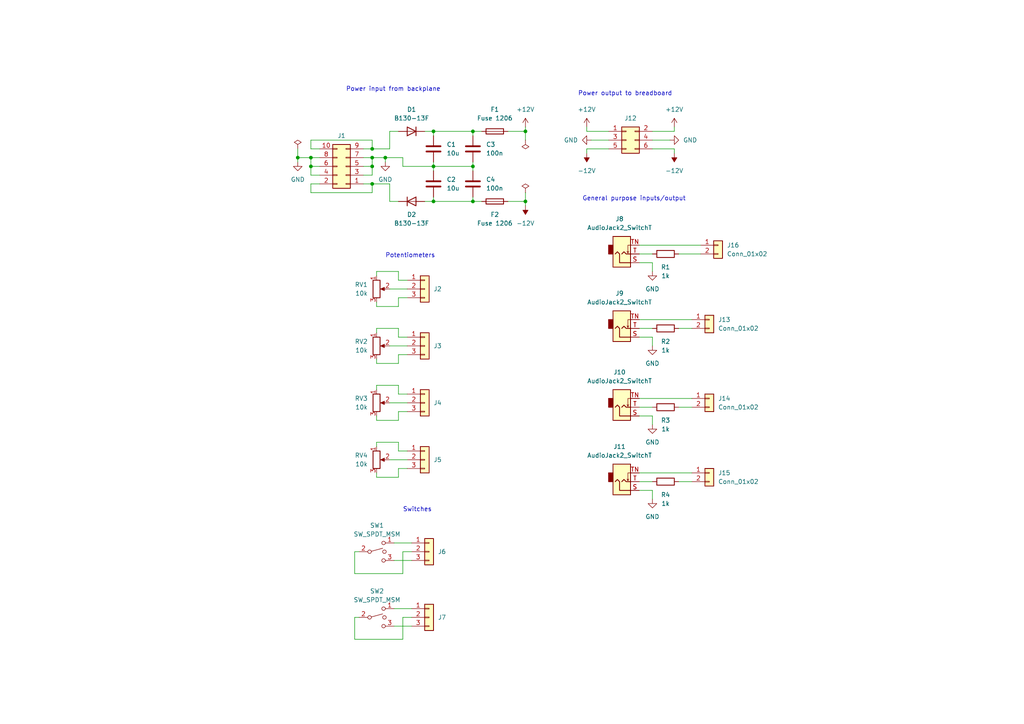
<source format=kicad_sch>
(kicad_sch (version 20211123) (generator eeschema)
  (paper "A4")
  (title_block (title "Eurorack Breadboard Breakout") (date "2023-01-01") (rev "Rev. 1 2023") (company "L. Rittel"))
  (lib_symbols
    (symbol "Connector:AudioJack2_SwitchT"
      (property "Reference" "J" (at 0 8.89 0))
      (property "Value" "AudioJack2_SwitchT" (at 0 6.35 0))
      (symbol "AudioJack2_SwitchT_0_1"
        (rectangle (start -2.54 0) (end -3.81 -2.54) (stroke (width 0.254)) (fill (type outline)))
        (polyline (pts (xy 1.778 -0.254) (xy 2.032 -0.762)))
        (polyline (pts (xy 0 0) (xy 0.635 -0.635) (xy 1.27 0) (xy 2.54 0)) (stroke (width 0.254)))
        (polyline (pts (xy 2.54 -2.54) (xy 1.778 -2.54) (xy 1.778 -0.254) (xy 1.524 -0.762)))
        (polyline (pts (xy 2.54 2.54) (xy -0.635 2.54) (xy -0.635 0) (xy -1.27 -0.635) (xy -1.905 0)) (stroke (width 0.254)))
        (rectangle (start 2.54 3.81) (end -2.54 -5.08) (stroke (width 0.254)) (fill (type background)))
      )
      (symbol "AudioJack2_SwitchT_1_1"
        (pin passive line (at 5.08 2.54 180) (length 2.54) (name "~") (number "S"))
        (pin passive line (at 5.08 0 180) (length 2.54) (name "~") (number "T"))
        (pin passive line (at 5.08 -2.54 180) (length 2.54) (name "~") (number "TN"))
      )
    )
    (symbol "Connector_Generic:Conn_01x02" (pin_names (offset 1.016) hide)
      (property "Reference" "J" (at 0 2.54 0))
      (property "Value" "Conn_01x02" (at 0 -5.08 0))
      (symbol "Conn_01x02_1_1"
        (rectangle (start -1.27 -2.413) (end 0 -2.667) (stroke (width 0.1524)))
        (rectangle (start -1.27 0.127) (end 0 -0.127) (stroke (width 0.1524)))
        (rectangle (start -1.27 1.27) (end 1.27 -3.81) (stroke (width 0.254)) (fill (type background)))
        (pin passive line (at -5.08 0 0) (length 3.81) (name "Pin_1") (number "1"))
        (pin passive line (at -5.08 -2.54 0) (length 3.81) (name "Pin_2") (number "2"))
      )
    )
    (symbol "Connector_Generic:Conn_01x03" (pin_names (offset 1.016) hide)
      (property "Reference" "J" (at 0 5.08 0))
      (property "Value" "Conn_01x03" (at 0 -5.08 0))
      (symbol "Conn_01x03_1_1"
        (rectangle (start -1.27 -2.413) (end 0 -2.667) (stroke (width 0.1524)))
        (rectangle (start -1.27 0.127) (end 0 -0.127) (stroke (width 0.1524)))
        (rectangle (start -1.27 2.667) (end 0 2.413) (stroke (width 0.1524)))
        (rectangle (start -1.27 3.81) (end 1.27 -3.81) (stroke (width 0.254)) (fill (type background)))
        (pin passive line (at -5.08 2.54 0) (length 3.81) (name "Pin_1") (number "1"))
        (pin passive line (at -5.08 0 0) (length 3.81) (name "Pin_2") (number "2"))
        (pin passive line (at -5.08 -2.54 0) (length 3.81) (name "Pin_3") (number "3"))
      )
    )
    (symbol "Connector_Generic:Conn_02x03_Odd_Even" (pin_names (offset 1.016) hide)
      (property "Reference" "J" (at 1.27 5.08 0))
      (property "Value" "Conn_02x03_Odd_Even" (at 1.27 -5.08 0))
      (symbol "Conn_02x03_Odd_Even_1_1"
        (rectangle (start -1.27 -2.413) (end 0 -2.667) (stroke (width 0.1524)))
        (rectangle (start -1.27 0.127) (end 0 -0.127) (stroke (width 0.1524)))
        (rectangle (start -1.27 2.667) (end 0 2.413) (stroke (width 0.1524)))
        (rectangle (start -1.27 3.81) (end 3.81 -3.81) (stroke (width 0.254)) (fill (type background)))
        (rectangle (start 3.81 -2.413) (end 2.54 -2.667) (stroke (width 0.1524)))
        (rectangle (start 3.81 0.127) (end 2.54 -0.127) (stroke (width 0.1524)))
        (rectangle (start 3.81 2.667) (end 2.54 2.413) (stroke (width 0.1524)))
        (pin passive line (at -5.08 2.54 0) (length 3.81) (name "Pin_1") (number "1"))
        (pin passive line (at 7.62 2.54 180) (length 3.81) (name "Pin_2") (number "2"))
        (pin passive line (at -5.08 0 0) (length 3.81) (name "Pin_3") (number "3"))
        (pin passive line (at 7.62 0 180) (length 3.81) (name "Pin_4") (number "4"))
        (pin passive line (at -5.08 -2.54 0) (length 3.81) (name "Pin_5") (number "5"))
        (pin passive line (at 7.62 -2.54 180) (length 3.81) (name "Pin_6") (number "6"))
      )
    )
    (symbol "Connector_Generic:Conn_02x05_Odd_Even" (pin_names (offset 1.016) hide)
      (property "Reference" "J" (at 1.27 7.62 0))
      (property "Value" "Conn_02x05_Odd_Even" (at 1.27 -7.62 0))
      (symbol "Conn_02x05_Odd_Even_1_1"
        (rectangle (start -1.27 -4.953) (end 0 -5.207) (stroke (width 0.1524)))
        (rectangle (start -1.27 -2.413) (end 0 -2.667) (stroke (width 0.1524)))
        (rectangle (start -1.27 0.127) (end 0 -0.127) (stroke (width 0.1524)))
        (rectangle (start -1.27 2.667) (end 0 2.413) (stroke (width 0.1524)))
        (rectangle (start -1.27 5.207) (end 0 4.953) (stroke (width 0.1524)))
        (rectangle (start -1.27 6.35) (end 3.81 -6.35) (stroke (width 0.254)) (fill (type background)))
        (rectangle (start 3.81 -4.953) (end 2.54 -5.207) (stroke (width 0.1524)))
        (rectangle (start 3.81 -2.413) (end 2.54 -2.667) (stroke (width 0.1524)))
        (rectangle (start 3.81 0.127) (end 2.54 -0.127) (stroke (width 0.1524)))
        (rectangle (start 3.81 2.667) (end 2.54 2.413) (stroke (width 0.1524)))
        (rectangle (start 3.81 5.207) (end 2.54 4.953) (stroke (width 0.1524)))
        (pin passive line (at -5.08 5.08 0) (length 3.81) (name "Pin_1") (number "1"))
        (pin passive line (at 7.62 -5.08 180) (length 3.81) (name "Pin_10") (number "10"))
        (pin passive line (at 7.62 5.08 180) (length 3.81) (name "Pin_2") (number "2"))
        (pin passive line (at -5.08 2.54 0) (length 3.81) (name "Pin_3") (number "3"))
        (pin passive line (at 7.62 2.54 180) (length 3.81) (name "Pin_4") (number "4"))
        (pin passive line (at -5.08 0 0) (length 3.81) (name "Pin_5") (number "5"))
        (pin passive line (at 7.62 0 180) (length 3.81) (name "Pin_6") (number "6"))
        (pin passive line (at -5.08 -2.54 0) (length 3.81) (name "Pin_7") (number "7"))
        (pin passive line (at 7.62 -2.54 180) (length 3.81) (name "Pin_8") (number "8"))
        (pin passive line (at -5.08 -5.08 0) (length 3.81) (name "Pin_9") (number "9"))
      )
    )
    (symbol "Device:C" (pin_numbers hide) (pin_names (offset 0.254))
      (property "Reference" "C" (at 0.635 2.54 0))
      (property "Value" "C" (at 0.635 -2.54 0))
      (symbol "C_0_1"
        (polyline (pts (xy -2.032 -0.762) (xy 2.032 -0.762)) (stroke (width 0.508)))
        (polyline (pts (xy -2.032 0.762) (xy 2.032 0.762)) (stroke (width 0.508)))
      )
      (symbol "C_1_1"
        (pin passive line (at 0 3.81 270) (length 2.794) (name "~") (number "1"))
        (pin passive line (at 0 -3.81 90) (length 2.794) (name "~") (number "2"))
      )
    )
    (symbol "Device:D" (pin_numbers hide) (pin_names (offset 1.016) hide)
      (property "Reference" "D" (at 0 2.54 0))
      (property "Value" "D" (at 0 -2.54 0))
      (symbol "D_0_1"
        (polyline (pts (xy -1.27 1.27) (xy -1.27 -1.27)) (stroke (width 0.254)))
        (polyline (pts (xy 1.27 0) (xy -1.27 0)))
        (polyline (pts (xy 1.27 1.27) (xy 1.27 -1.27) (xy -1.27 0) (xy 1.27 1.27)) (stroke (width 0.254)))
      )
      (symbol "D_1_1"
        (pin passive line (at -3.81 0 0) (length 2.54) (name "K") (number "1"))
        (pin passive line (at 3.81 0 180) (length 2.54) (name "A") (number "2"))
      )
    )
    (symbol "Device:Fuse" (pin_numbers hide) (pin_names (offset 0))
      (property "Reference" "F" (at 2.032 0 90))
      (property "Value" "Fuse" (at -1.905 0 90))
      (symbol "Fuse_0_1"
        (rectangle (start -0.762 -2.54) (end 0.762 2.54) (stroke (width 0.254)))
        (polyline (pts (xy 0 2.54) (xy 0 -2.54)))
      )
      (symbol "Fuse_1_1"
        (pin passive line (at 0 3.81 270) (length 1.27) (name "~") (number "1"))
        (pin passive line (at 0 -3.81 90) (length 1.27) (name "~") (number "2"))
      )
    )
    (symbol "Device:R" (pin_numbers hide) (pin_names (offset 0))
      (property "Reference" "R" (at 2.032 0 90))
      (property "Value" "R" (at 0 0 90))
      (symbol "R_0_1"
        (rectangle (start -1.016 -2.54) (end 1.016 2.54) (stroke (width 0.254)))
      )
      (symbol "R_1_1"
        (pin passive line (at 0 3.81 270) (length 1.27) (name "~") (number "1"))
        (pin passive line (at 0 -3.81 90) (length 1.27) (name "~") (number "2"))
      )
    )
    (symbol "Device:R_Potentiometer" (pin_names (offset 1.016) hide)
      (property "Reference" "RV" (at -4.445 0 90))
      (property "Value" "R_Potentiometer" (at -2.54 0 90))
      (symbol "R_Potentiometer_0_1"
        (polyline (pts (xy 2.54 0) (xy 1.524 0)))
        (polyline (pts (xy 1.143 0) (xy 2.286 0.508) (xy 2.286 -0.508) (xy 1.143 0)) (fill (type outline)))
        (rectangle (start 1.016 2.54) (end -1.016 -2.54) (stroke (width 0.254)))
      )
      (symbol "R_Potentiometer_1_1"
        (pin passive line (at 0 3.81 270) (length 1.27) (name "1") (number "1"))
        (pin passive line (at 3.81 0 180) (length 1.27) (name "2") (number "2"))
        (pin passive line (at 0 -3.81 90) (length 1.27) (name "3") (number "3"))
      )
    )
    (symbol "Switch:SW_SPDT_MSM" (pin_names (offset 0) hide)
      (property "Reference" "SW" (at 0 5.08 0))
      (property "Value" "SW_SPDT_MSM" (at 0 -5.08 0))
      (symbol "SW_SPDT_MSM_0_0"
        (circle (center -2.032 0) (radius 0.508))
        (polyline (pts (xy -1.524 0.127) (xy 1.778 1.016)))
        (circle (center 2.032 -2.54) (radius 0.508))
      )
      (symbol "SW_SPDT_MSM_0_1"
        (circle (center 2.032 2.54) (radius 0.508))
        (circle (center 2.286 0) (radius 0.508))
      )
      (symbol "SW_SPDT_MSM_1_1"
        (pin passive line (at 5.08 2.54 180) (length 2.54) (name "1") (number "1"))
        (pin passive line (at -5.08 0 0) (length 2.54) (name "2") (number "2"))
        (pin passive line (at 5.08 -2.54 180) (length 2.54) (name "3") (number "3"))
      )
    )
    (symbol "power:+12V" (power) (pin_names (offset 0))
      (property "Value" "+12V" (at 0 3.556 0))
      (symbol "+12V_0_1"
        (polyline (pts (xy -0.762 1.27) (xy 0 2.54)))
        (polyline (pts (xy 0 0) (xy 0 2.54)))
        (polyline (pts (xy 0 2.54) (xy 0.762 1.27)))
      )
      (symbol "+12V_1_1"
        (pin power_in line (at 0 0 90) (length 0) hide (name "+12V") (number "1"))
      )
    )
    (symbol "power:-12V" (power) (pin_names (offset 0))
      (property "Value" "-12V" (at 0 3.81 0))
      (symbol "-12V_0_0"
        (pin power_in line (at 0 0 90) (length 0) hide (name "-12V") (number "1"))
      )
      (symbol "-12V_0_1"
        (polyline (pts (xy 0 0) (xy 0 1.27) (xy 0.762 1.27) (xy 0 2.54) (xy -0.762 1.27) (xy 0 1.27)) (fill (type outline)))
      )
    )
    (symbol "power:GND" (power) (pin_names (offset 0))
      (property "Value" "GND" (at 0 -3.81 0))
      (symbol "GND_0_1"
        (polyline (pts (xy 0 0) (xy 0 -1.27) (xy 1.27 -1.27) (xy 0 -2.54) (xy -1.27 -1.27) (xy 0 -1.27)))
      )
      (symbol "GND_1_1"
        (pin power_in line (at 0 0 270) (length 0) hide (name "GND") (number "1"))
      )
    )
    (symbol "power:PWR_FLAG" (power) (pin_numbers hide) (pin_names (offset 0) hide)
      (property "Value" "PWR_FLAG" (at 0 3.81 0))
      (symbol "PWR_FLAG_0_0"
        (pin power_out line (at 0 0 90) (length 0) (name "pwr") (number "1"))
      )
      (symbol "PWR_FLAG_0_1"
        (polyline (pts (xy 0 0) (xy 0 1.27) (xy -1.016 1.905) (xy 0 2.54) (xy 1.016 1.905) (xy 0 1.27)))
      )
    )
  )
  (junction (at 125.73 58.42))
  (junction (at 107.95 43.18))
  (junction (at 137.16 38.1))
  (junction (at 107.95 48.26))
  (junction (at 107.95 45.72))
  (junction (at 86.36 45.72))
  (junction (at 125.73 38.1))
  (junction (at 137.16 58.42))
  (junction (at 90.17 45.72))
  (junction (at 111.76 45.72))
  (junction (at 152.4 38.1))
  (junction (at 107.95 53.34))
  (junction (at 90.17 48.26))
  (junction (at 152.4 58.42))
  (junction (at 125.73 48.26))
  (junction (at 137.16 48.26))
  (wire (pts (xy 104.14 160.02) (xy 102.87 160.02)))
  (wire (pts (xy 189.23 120.65) (xy 189.23 123.19)))
  (wire (pts (xy 92.71 53.34) (xy 90.17 53.34)))
  (wire (pts (xy 189.23 76.2) (xy 189.23 78.74)))
  (wire (pts (xy 90.17 45.72) (xy 92.71 45.72)))
  (wire (pts (xy 109.22 95.25) (xy 115.57 95.25)))
  (wire (pts (xy 116.84 179.07) (xy 119.38 179.07)))
  (wire (pts (xy 109.22 120.65) (xy 109.22 121.92)))
  (wire (pts (xy 116.84 185.42) (xy 116.84 179.07)))
  (wire (pts (xy 115.57 119.38) (xy 118.11 119.38)))
  (wire (pts (xy 107.95 45.72) (xy 111.76 45.72)))
  (wire (pts (xy 109.22 78.74) (xy 115.57 78.74)))
  (wire (pts (xy 86.36 43.18) (xy 86.36 45.72)))
  (wire (pts (xy 170.18 44.45) (xy 170.18 43.18)))
  (wire (pts (xy 185.42 92.71) (xy 200.66 92.71)))
  (wire (pts (xy 125.73 58.42) (xy 137.16 58.42)))
  (wire (pts (xy 115.57 121.92) (xy 115.57 119.38)))
  (wire (pts (xy 137.16 48.26) (xy 137.16 49.53)))
  (wire (pts (xy 107.95 45.72) (xy 107.95 48.26)))
  (wire (pts (xy 152.4 58.42) (xy 152.4 59.69)))
  (wire (pts (xy 90.17 48.26) (xy 92.71 48.26)))
  (wire (pts (xy 185.42 139.7) (xy 189.23 139.7)))
  (wire (pts (xy 90.17 43.18) (xy 90.17 40.64)))
  (wire (pts (xy 152.4 55.88) (xy 152.4 58.42)))
  (wire (pts (xy 114.3 176.53) (xy 119.38 176.53)))
  (wire (pts (xy 102.87 166.37) (xy 116.84 166.37)))
  (wire (pts (xy 109.22 129.54) (xy 109.22 128.27)))
  (wire (pts (xy 113.03 83.82) (xy 118.11 83.82)))
  (wire (pts (xy 170.18 38.1) (xy 176.53 38.1)))
  (wire (pts (xy 114.3 162.56) (xy 119.38 162.56)))
  (wire (pts (xy 109.22 96.52) (xy 109.22 95.25)))
  (wire (pts (xy 107.95 48.26) (xy 107.95 50.8)))
  (wire (pts (xy 137.16 58.42) (xy 139.7 58.42)))
  (wire (pts (xy 114.3 157.48) (xy 119.38 157.48)))
  (wire (pts (xy 90.17 48.26) (xy 90.17 50.8)))
  (wire (pts (xy 125.73 38.1) (xy 125.73 39.37)))
  (wire (pts (xy 115.57 128.27) (xy 115.57 130.81)))
  (wire (pts (xy 125.73 46.99) (xy 125.73 48.26)))
  (wire (pts (xy 105.41 50.8) (xy 107.95 50.8)))
  (wire (pts (xy 185.42 76.2) (xy 189.23 76.2)))
  (wire (pts (xy 105.41 45.72) (xy 107.95 45.72)))
  (wire (pts (xy 109.22 80.01) (xy 109.22 78.74)))
  (wire (pts (xy 107.95 55.88) (xy 107.95 53.34)))
  (wire (pts (xy 196.85 95.25) (xy 200.66 95.25)))
  (wire (pts (xy 185.42 73.66) (xy 189.23 73.66)))
  (wire (pts (xy 123.19 38.1) (xy 125.73 38.1)))
  (wire (pts (xy 195.58 36.83) (xy 195.58 38.1)))
  (wire (pts (xy 137.16 38.1) (xy 137.16 39.37)))
  (wire (pts (xy 115.57 81.28) (xy 118.11 81.28)))
  (wire (pts (xy 104.14 179.07) (xy 102.87 179.07)))
  (wire (pts (xy 107.95 43.18) (xy 105.41 43.18)))
  (wire (pts (xy 189.23 38.1) (xy 195.58 38.1)))
  (wire (pts (xy 109.22 121.92) (xy 115.57 121.92)))
  (wire (pts (xy 113.03 53.34) (xy 113.03 58.42)))
  (wire (pts (xy 109.22 105.41) (xy 115.57 105.41)))
  (wire (pts (xy 147.32 58.42) (xy 152.4 58.42)))
  (wire (pts (xy 189.23 43.18) (xy 195.58 43.18)))
  (wire (pts (xy 116.84 48.26) (xy 125.73 48.26)))
  (wire (pts (xy 116.84 166.37) (xy 116.84 160.02)))
  (wire (pts (xy 107.95 53.34) (xy 113.03 53.34)))
  (wire (pts (xy 125.73 48.26) (xy 137.16 48.26)))
  (wire (pts (xy 170.18 43.18) (xy 176.53 43.18)))
  (wire (pts (xy 147.32 38.1) (xy 152.4 38.1)))
  (wire (pts (xy 107.95 43.18) (xy 113.03 43.18)))
  (wire (pts (xy 185.42 142.24) (xy 189.23 142.24)))
  (wire (pts (xy 185.42 115.57) (xy 200.66 115.57)))
  (wire (pts (xy 92.71 43.18) (xy 90.17 43.18)))
  (wire (pts (xy 102.87 179.07) (xy 102.87 185.42)))
  (wire (pts (xy 123.19 58.42) (xy 125.73 58.42)))
  (wire (pts (xy 189.23 142.24) (xy 189.23 144.78)))
  (wire (pts (xy 113.03 58.42) (xy 115.57 58.42)))
  (wire (pts (xy 170.18 36.83) (xy 170.18 38.1)))
  (wire (pts (xy 109.22 128.27) (xy 115.57 128.27)))
  (wire (pts (xy 86.36 45.72) (xy 86.36 46.99)))
  (wire (pts (xy 115.57 88.9) (xy 115.57 86.36)))
  (wire (pts (xy 137.16 57.15) (xy 137.16 58.42)))
  (wire (pts (xy 113.03 116.84) (xy 118.11 116.84)))
  (wire (pts (xy 109.22 88.9) (xy 115.57 88.9)))
  (wire (pts (xy 185.42 137.16) (xy 200.66 137.16)))
  (wire (pts (xy 115.57 102.87) (xy 118.11 102.87)))
  (wire (pts (xy 115.57 114.3) (xy 118.11 114.3)))
  (wire (pts (xy 115.57 78.74) (xy 115.57 81.28)))
  (wire (pts (xy 195.58 44.45) (xy 195.58 43.18)))
  (wire (pts (xy 109.22 137.16) (xy 109.22 138.43)))
  (wire (pts (xy 116.84 160.02) (xy 119.38 160.02)))
  (wire (pts (xy 200.66 139.7) (xy 196.85 139.7)))
  (wire (pts (xy 109.22 87.63) (xy 109.22 88.9)))
  (wire (pts (xy 109.22 113.03) (xy 109.22 111.76)))
  (wire (pts (xy 107.95 53.34) (xy 105.41 53.34)))
  (wire (pts (xy 115.57 95.25) (xy 115.57 97.79)))
  (wire (pts (xy 185.42 118.11) (xy 189.23 118.11)))
  (wire (pts (xy 185.42 120.65) (xy 189.23 120.65)))
  (wire (pts (xy 115.57 130.81) (xy 118.11 130.81)))
  (wire (pts (xy 185.42 95.25) (xy 189.23 95.25)))
  (wire (pts (xy 90.17 53.34) (xy 90.17 55.88)))
  (wire (pts (xy 116.84 45.72) (xy 111.76 45.72)))
  (wire (pts (xy 185.42 71.12) (xy 203.2 71.12)))
  (wire (pts (xy 115.57 111.76) (xy 115.57 114.3)))
  (wire (pts (xy 152.4 36.83) (xy 152.4 38.1)))
  (wire (pts (xy 86.36 45.72) (xy 90.17 45.72)))
  (wire (pts (xy 109.22 138.43) (xy 115.57 138.43)))
  (wire (pts (xy 102.87 160.02) (xy 102.87 166.37)))
  (wire (pts (xy 102.87 185.42) (xy 116.84 185.42)))
  (wire (pts (xy 115.57 138.43) (xy 115.57 135.89)))
  (wire (pts (xy 105.41 48.26) (xy 107.95 48.26)))
  (wire (pts (xy 152.4 38.1) (xy 152.4 40.64)))
  (wire (pts (xy 125.73 48.26) (xy 125.73 49.53)))
  (wire (pts (xy 189.23 40.64) (xy 194.31 40.64)))
  (wire (pts (xy 196.85 118.11) (xy 200.66 118.11)))
  (wire (pts (xy 196.85 73.66) (xy 203.2 73.66)))
  (wire (pts (xy 115.57 86.36) (xy 118.11 86.36)))
  (wire (pts (xy 137.16 38.1) (xy 139.7 38.1)))
  (wire (pts (xy 111.76 46.99) (xy 111.76 45.72)))
  (wire (pts (xy 185.42 97.79) (xy 189.23 97.79)))
  (wire (pts (xy 107.95 40.64) (xy 107.95 43.18)))
  (wire (pts (xy 109.22 111.76) (xy 115.57 111.76)))
  (wire (pts (xy 137.16 46.99) (xy 137.16 48.26)))
  (wire (pts (xy 90.17 50.8) (xy 92.71 50.8)))
  (wire (pts (xy 113.03 100.33) (xy 118.11 100.33)))
  (wire (pts (xy 171.45 40.64) (xy 176.53 40.64)))
  (wire (pts (xy 116.84 48.26) (xy 116.84 45.72)))
  (wire (pts (xy 109.22 104.14) (xy 109.22 105.41)))
  (wire (pts (xy 115.57 135.89) (xy 118.11 135.89)))
  (wire (pts (xy 115.57 97.79) (xy 118.11 97.79)))
  (wire (pts (xy 125.73 57.15) (xy 125.73 58.42)))
  (wire (pts (xy 90.17 45.72) (xy 90.17 48.26)))
  (wire (pts (xy 113.03 43.18) (xy 113.03 38.1)))
  (wire (pts (xy 189.23 97.79) (xy 189.23 100.33)))
  (wire (pts (xy 113.03 133.35) (xy 118.11 133.35)))
  (wire (pts (xy 90.17 55.88) (xy 107.95 55.88)))
  (wire (pts (xy 90.17 40.64) (xy 107.95 40.64)))
  (wire (pts (xy 115.57 105.41) (xy 115.57 102.87)))
  (wire (pts (xy 113.03 38.1) (xy 115.57 38.1)))
  (wire (pts (xy 125.73 38.1) (xy 137.16 38.1)))
  (wire (pts (xy 114.3 181.61) (xy 119.38 181.61)))
  (text "General purpose inputs/output" (at 168.91 58.42 0) (effects (font (size 1.27 1.27)) (justify left bottom)))
  (text "Power input from backplane" (at 100.33 26.67 0) (effects (font (size 1.27 1.27)) (justify left bottom)))
  (text "Power output to breadboard" (at 167.64 27.94 0) (effects (font (size 1.27 1.27)) (justify left bottom)))
  (text "Switches" (at 116.84 148.59 0) (effects (font (size 1.27 1.27)) (justify left bottom)))
  (text "Potentiometers" (at 111.76 74.93 0) (effects (font (size 1.27 1.27)) (justify left bottom)))
  (symbol (lib_id "Device:C") (at 137.16 43.18 0) (unit 1)
    (property "Reference" "C3" (at 140.97 41.9099 0) (effects (justify left)))
    (property "Value" "100n" (at 140.97 44.4499 0) (effects (justify left)))
    (property "Footprint" "Capacitor_SMD:C_0603_1608Metric_Pad1.08x0.95mm_HandSolder" (effects hide))
  )
  (symbol (lib_id "Device:R") (at 193.04 73.66 90) (unit 1)
    (property "Reference" "R1" (at 193.04 77.47 90))
    (property "Value" "1k" (at 193.04 80.01 90))
    (property "Footprint" "Resistor_SMD:R_0603_1608Metric_Pad0.98x0.95mm_HandSolder" (effects hide))
  )
  (symbol (lib_id "Device:R") (at 193.04 95.25 90) (unit 1)
    (property "Reference" "R2" (at 193.04 99.06 90))
    (property "Value" "1k" (at 193.04 101.6 90))
    (property "Footprint" "Resistor_SMD:R_0603_1608Metric_Pad0.98x0.95mm_HandSolder" (effects hide))
  )
  (symbol (lib_id "power:-12V") (at 195.58 44.45 0) (mirror x) (unit 1)
    (property "Reference" "#PWR014" (effects hide))
    (property "Value" "-12V" (at 195.58 49.53 0))
  )
  (symbol (lib_id "power:GND") (at 189.23 123.19 0) (unit 1)
    (property "Reference" "#PWR010" (effects hide))
    (property "Value" "GND" (at 189.23 128.27 0))
  )
  (symbol (lib_id "Device:C") (at 125.73 53.34 0) (unit 1)
    (property "Reference" "C2" (at 129.54 52.0699 0) (effects (justify left)))
    (property "Value" "10u" (at 129.54 54.6099 0) (effects (justify left)))
    (property "Footprint" "Capacitor_SMD:C_0603_1608Metric_Pad1.08x0.95mm_HandSolder" (effects hide))
  )
  (symbol (lib_id "Device:R") (at 193.04 118.11 90) (unit 1)
    (property "Reference" "R3" (at 193.04 121.92 90))
    (property "Value" "1k" (at 193.04 124.46 90))
    (property "Footprint" "Resistor_SMD:R_0603_1608Metric_Pad0.98x0.95mm_HandSolder" (effects hide))
  )
  (symbol (lib_id "power:GND") (at 86.36 46.99 0) (unit 1)
    (property "Reference" "#PWR01" (effects hide))
    (property "Value" "GND" (at 86.36 52.07 0))
  )
  (symbol (lib_id "power:GND") (at 189.23 78.74 0) (unit 1)
    (property "Reference" "#PWR08" (effects hide))
    (property "Value" "GND" (at 189.23 83.82 0))
  )
  (symbol (lib_id "power:-12V") (at 170.18 44.45 180) (unit 1)
    (property "Reference" "#PWR06" (effects hide))
    (property "Value" "-12V" (at 170.18 49.53 0))
  )
  (symbol (lib_id "Connector_Generic:Conn_01x02") (at 205.74 92.71 0) (unit 1)
    (property "Reference" "J13" (at 208.28 92.7099 0) (effects (justify left)))
    (property "Value" "Conn_01x02" (at 208.28 95.2499 0) (effects (justify left)))
    (property "Footprint" "Connector_PinSocket_2.54mm:PinSocket_1x02_P2.54mm_Vertical" (effects hide))
  )
  (symbol (lib_id "Switch:SW_SPDT_MSM") (at 109.22 179.07 0) (unit 1)
    (property "Reference" "SW2" (at 109.347 171.45 0))
    (property "Value" "SW_SPDT_MSM" (at 109.347 173.99 0))
    (property "Footprint" "Thonkiconn:Switch_Sub-Minitiature_Vertical" (effects hide))
  )
  (symbol (lib_id "power:PWR_FLAG") (at 152.4 55.88 0) (unit 1)
    (property "Reference" "#FLG03" (effects hide))
    (property "Value" "PWR_FLAG" (effects hide))
  )
  (symbol (lib_id "Switch:SW_SPDT_MSM") (at 109.22 160.02 0) (unit 1)
    (property "Reference" "SW1" (at 109.347 152.4 0))
    (property "Value" "SW_SPDT_MSM" (at 109.347 154.94 0))
    (property "Footprint" "Thonkiconn:Switch_Sub-Minitiature_Vertical" (effects hide))
  )
  (symbol (lib_id "Connector_Generic:Conn_01x03") (at 124.46 179.07 0) (unit 1)
    (property "Reference" "J7" (at 127 179.0699 0) (effects (justify left)))
    (property "Value" "Conn_01x03" (effects hide))
    (property "Footprint" "Connector_PinSocket_2.54mm:PinSocket_1x03_P2.54mm_Vertical" (effects hide))
  )
  (symbol (lib_id "Device:R") (at 193.04 139.7 90) (unit 1)
    (property "Reference" "R4" (at 193.04 143.51 90))
    (property "Value" "1k" (at 193.04 146.05 90))
    (property "Footprint" "Resistor_SMD:R_0603_1608Metric_Pad0.98x0.95mm_HandSolder" (effects hide))
  )
  (symbol (lib_id "Device:Fuse") (at 143.51 58.42 90) (unit 1)
    (property "Reference" "F2" (at 143.51 62.23 90))
    (property "Value" "Fuse 1206" (at 143.51 64.77 90))
    (property "Footprint" "Fuse:Fuse_1206_3216Metric_Pad1.42x1.75mm_HandSolder" (effects hide))
  )
  (symbol (lib_id "Device:R_Potentiometer") (at 109.22 83.82 0) (unit 1)
    (property "Reference" "RV1" (at 106.68 82.5499 0) (effects (justify right)))
    (property "Value" "10k" (at 106.68 85.0899 0) (effects (justify right)))
    (property "Footprint" "Potentiometer_THT:Potentiometer_Alpha_RD901F-40-00D_Single_Vertical" (effects hide))
  )
  (symbol (lib_id "Connector_Generic:Conn_01x02") (at 205.74 137.16 0) (unit 1)
    (property "Reference" "J15" (at 208.28 137.1599 0) (effects (justify left)))
    (property "Value" "Conn_01x02" (at 208.28 139.6999 0) (effects (justify left)))
    (property "Footprint" "Connector_PinSocket_2.54mm:PinSocket_1x02_P2.54mm_Vertical" (effects hide))
  )
  (symbol (lib_id "power:GND") (at 189.23 100.33 0) (unit 1)
    (property "Reference" "#PWR09" (effects hide))
    (property "Value" "GND" (at 189.23 105.41 0))
  )
  (symbol (lib_id "Device:Fuse") (at 143.51 38.1 90) (unit 1)
    (property "Reference" "F1" (at 143.51 31.75 90))
    (property "Value" "Fuse 1206" (at 143.51 34.29 90))
    (property "Footprint" "Fuse:Fuse_1206_3216Metric_Pad1.42x1.75mm_HandSolder" (effects hide))
  )
  (symbol (lib_id "Connector_Generic:Conn_01x03") (at 123.19 83.82 0) (unit 1)
    (property "Reference" "J2" (at 125.73 83.8199 0) (effects (justify left)))
    (property "Value" "Conn_01x03" (effects hide))
    (property "Footprint" "Connector_PinSocket_2.54mm:PinSocket_1x03_P2.54mm_Vertical" (effects hide))
  )
  (symbol (lib_id "Device:C") (at 125.73 43.18 0) (unit 1)
    (property "Reference" "C1" (at 129.54 41.9099 0) (effects (justify left)))
    (property "Value" "10u" (at 129.54 44.4499 0) (effects (justify left)))
    (property "Footprint" "Capacitor_SMD:C_0603_1608Metric_Pad1.08x0.95mm_HandSolder" (effects hide))
  )
  (symbol (lib_id "Device:D") (at 119.38 38.1 180) (unit 1)
    (property "Reference" "D1" (at 119.38 31.75 0))
    (property "Value" "B130-13F" (at 119.38 34.29 0))
    (property "Footprint" "Diode_SMD:D_SMA_Handsoldering" (effects hide))
  )
  (symbol (lib_id "Connector_Generic:Conn_02x05_Odd_Even") (at 100.33 48.26 180) (unit 1)
    (property "Reference" "J1" (at 99.06 39.37 0))
    (property "Value" "Conn_02x05_Odd_Even" (effects hide))
    (property "Footprint" "Connector_PinSocket_2.54mm:PinSocket_2x05_P2.54mm_Vertical" (effects hide))
  )
  (symbol (lib_id "power:GND") (at 189.23 144.78 0) (unit 1)
    (property "Reference" "#PWR011" (effects hide))
    (property "Value" "GND" (at 189.23 149.86 0))
  )
  (symbol (lib_id "Connector_Generic:Conn_01x03") (at 123.19 100.33 0) (unit 1)
    (property "Reference" "J3" (at 125.73 100.3299 0) (effects (justify left)))
    (property "Value" "Conn_01x03" (effects hide))
    (property "Footprint" "Connector_PinSocket_2.54mm:PinSocket_1x03_P2.54mm_Vertical" (effects hide))
  )
  (symbol (lib_id "Connector_Generic:Conn_01x03") (at 124.46 160.02 0) (unit 1)
    (property "Reference" "J6" (at 127 160.0199 0) (effects (justify left)))
    (property "Value" "Conn_01x03" (effects hide))
    (property "Footprint" "Connector_PinSocket_2.54mm:PinSocket_1x03_P2.54mm_Vertical" (effects hide))
  )
  (symbol (lib_id "Device:R_Potentiometer") (at 109.22 100.33 0) (unit 1)
    (property "Reference" "RV2" (at 106.68 99.0599 0) (effects (justify right)))
    (property "Value" "10k" (at 106.68 101.5999 0) (effects (justify right)))
    (property "Footprint" "Potentiometer_THT:Potentiometer_Alpha_RD901F-40-00D_Single_Vertical" (effects hide))
  )
  (symbol (lib_id "Device:R_Potentiometer") (at 109.22 133.35 0) (unit 1)
    (property "Reference" "RV4" (at 106.68 132.0799 0) (effects (justify right)))
    (property "Value" "10k" (at 106.68 134.6199 0) (effects (justify right)))
    (property "Footprint" "Potentiometer_THT:Potentiometer_Alpha_RD901F-40-00D_Single_Vertical" (effects hide))
  )
  (symbol (lib_id "power:+12V") (at 152.4 36.83 0) (unit 1)
    (property "Reference" "#PWR03" (effects hide))
    (property "Value" "+12V" (at 152.4 31.75 0))
  )
  (symbol (lib_id "Connector_Generic:Conn_01x02") (at 205.74 115.57 0) (unit 1)
    (property "Reference" "J14" (at 208.28 115.5699 0) (effects (justify left)))
    (property "Value" "Conn_01x02" (at 208.28 118.1099 0) (effects (justify left)))
    (property "Footprint" "Connector_PinSocket_2.54mm:PinSocket_1x02_P2.54mm_Vertical" (effects hide))
  )
  (symbol (lib_id "Connector:AudioJack2_SwitchT") (at 180.34 139.7 0) (mirror x) (unit 1)
    (property "Reference" "J11" (at 179.705 129.54 0))
    (property "Value" "AudioJack2_SwitchT" (at 179.705 132.08 0))
    (property "Footprint" "Connector_Audio:Jack_3.5mm_QingPu_WQP-PJ398SM_Vertical_CircularHoles" (effects hide))
  )
  (symbol (lib_id "power:GND") (at 194.31 40.64 90) (mirror x) (unit 1)
    (property "Reference" "#PWR012" (effects hide))
    (property "Value" "GND" (at 198.12 40.6399 90) (effects (justify right)))
  )
  (symbol (lib_id "power:GND") (at 171.45 40.64 270) (unit 1)
    (property "Reference" "#PWR07" (effects hide))
    (property "Value" "GND" (at 167.64 40.6399 90) (effects (justify right)))
  )
  (symbol (lib_id "Connector:AudioJack2_SwitchT") (at 180.34 95.25 0) (mirror x) (unit 1)
    (property "Reference" "J9" (at 179.705 85.09 0))
    (property "Value" "AudioJack2_SwitchT" (at 179.705 87.63 0))
    (property "Footprint" "Connector_Audio:Jack_3.5mm_QingPu_WQP-PJ398SM_Vertical_CircularHoles" (effects hide))
  )
  (symbol (lib_id "Connector_Generic:Conn_01x02") (at 208.28 71.12 0) (unit 1)
    (property "Reference" "J16" (at 210.82 71.1199 0) (effects (justify left)))
    (property "Value" "Conn_01x02" (at 210.82 73.6599 0) (effects (justify left)))
    (property "Footprint" "Connector_PinSocket_2.54mm:PinSocket_1x02_P2.54mm_Vertical" (effects hide))
  )
  (symbol (lib_id "Connector_Generic:Conn_01x03") (at 123.19 133.35 0) (unit 1)
    (property "Reference" "J5" (at 125.73 133.3499 0) (effects (justify left)))
    (property "Value" "Conn_01x03" (effects hide))
    (property "Footprint" "Connector_PinSocket_2.54mm:PinSocket_1x03_P2.54mm_Vertical" (effects hide))
  )
  (symbol (lib_id "power:+12V") (at 195.58 36.83 0) (mirror y) (unit 1)
    (property "Reference" "#PWR013" (effects hide))
    (property "Value" "+12V" (at 195.58 31.75 0))
  )
  (symbol (lib_id "Connector:AudioJack2_SwitchT") (at 180.34 118.11 0) (mirror x) (unit 1)
    (property "Reference" "J10" (at 179.705 107.95 0))
    (property "Value" "AudioJack2_SwitchT" (at 179.705 110.49 0))
    (property "Footprint" "Connector_Audio:Jack_3.5mm_QingPu_WQP-PJ398SM_Vertical_CircularHoles" (effects hide))
  )
  (symbol (lib_id "power:PWR_FLAG") (at 86.36 43.18 0) (unit 1)
    (property "Reference" "#FLG01" (effects hide))
    (property "Value" "PWR_FLAG" (effects hide))
  )
  (symbol (lib_id "power:+12V") (at 170.18 36.83 0) (unit 1)
    (property "Reference" "#PWR05" (effects hide))
    (property "Value" "+12V" (at 170.18 31.75 0))
  )
  (symbol (lib_id "Connector_Generic:Conn_02x03_Odd_Even") (at 181.61 40.64 0) (unit 1)
    (property "Reference" "J12" (at 182.88 34.29 0))
    (property "Value" "Conn_02x03_Odd_Even" (effects hide))
    (property "Footprint" "Connector_PinSocket_2.54mm:PinSocket_2x03_P2.54mm_Vertical" (effects hide))
  )
  (symbol (lib_id "power:PWR_FLAG") (at 152.4 40.64 180) (unit 1)
    (property "Reference" "#FLG02" (effects hide))
    (property "Value" "PWR_FLAG" (effects hide))
  )
  (symbol (lib_id "Connector_Generic:Conn_01x03") (at 123.19 116.84 0) (unit 1)
    (property "Reference" "J4" (at 125.73 116.8399 0) (effects (justify left)))
    (property "Value" "Conn_01x03" (effects hide))
    (property "Footprint" "Connector_PinSocket_2.54mm:PinSocket_1x03_P2.54mm_Vertical" (effects hide))
  )
  (symbol (lib_id "Device:D") (at 119.38 58.42 0) (unit 1)
    (property "Reference" "D2" (at 119.38 62.23 0))
    (property "Value" "B130-13F" (at 119.38 64.77 0))
    (property "Footprint" "Diode_SMD:D_SMA_Handsoldering" (effects hide))
  )
  (symbol (lib_id "Device:C") (at 137.16 53.34 0) (unit 1)
    (property "Reference" "C4" (at 140.97 52.0699 0) (effects (justify left)))
    (property "Value" "100n" (at 140.97 54.6099 0) (effects (justify left)))
    (property "Footprint" "Capacitor_SMD:C_0603_1608Metric_Pad1.08x0.95mm_HandSolder" (effects hide))
  )
  (symbol (lib_id "Connector:AudioJack2_SwitchT") (at 180.34 73.66 0) (mirror x) (unit 1)
    (property "Reference" "J8" (at 179.705 63.5 0))
    (property "Value" "AudioJack2_SwitchT" (at 179.705 66.04 0))
    (property "Footprint" "Connector_Audio:Jack_3.5mm_QingPu_WQP-PJ398SM_Vertical_CircularHoles" (effects hide))
  )
  (symbol (lib_id "power:-12V") (at 152.4 59.69 180) (unit 1)
    (property "Reference" "#PWR04" (effects hide))
    (property "Value" "-12V" (at 152.4 64.77 0))
  )
  (symbol (lib_id "power:GND") (at 111.76 46.99 0) (unit 1)
    (property "Reference" "#PWR02" (effects hide))
    (property "Value" "GND" (at 111.76 52.07 0))
  )
  (symbol (lib_id "Device:R_Potentiometer") (at 109.22 116.84 0) (unit 1)
    (property "Reference" "RV3" (at 106.68 115.5699 0) (effects (justify right)))
    (property "Value" "10k" (at 106.68 118.1099 0) (effects (justify right)))
    (property "Footprint" "Potentiometer_THT:Potentiometer_Alpha_RD901F-40-00D_Single_Vertical" (effects hide))
  )
)
</source>
